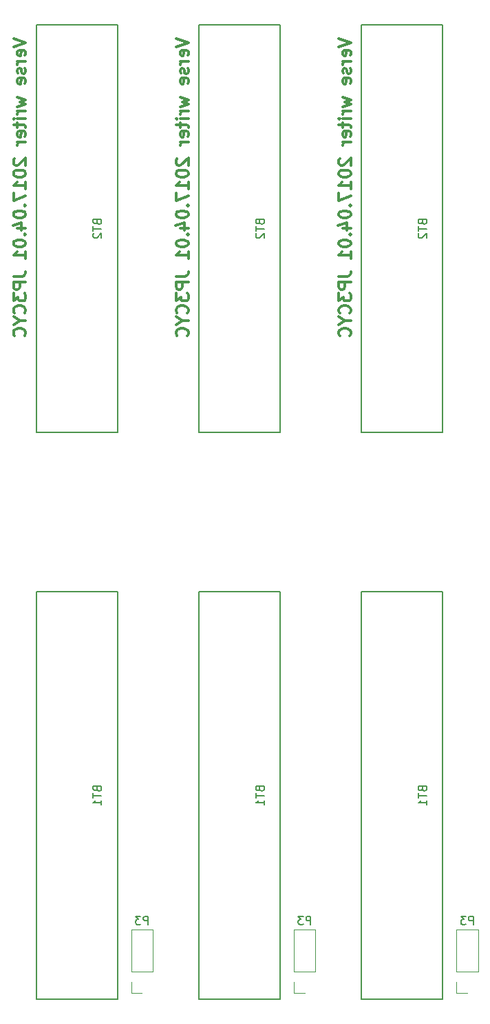
<source format=gbr>
G04 #@! TF.FileFunction,Legend,Bot*
%FSLAX46Y46*%
G04 Gerber Fmt 4.6, Leading zero omitted, Abs format (unit mm)*
G04 Created by KiCad (PCBNEW 4.0.2-stable) date 2017/04/01 13:54:50*
%MOMM*%
G01*
G04 APERTURE LIST*
%ADD10C,0.100000*%
%ADD11C,0.300000*%
%ADD12C,0.150000*%
%ADD13C,0.120000*%
G04 APERTURE END LIST*
D10*
D11*
X217178571Y-16678574D02*
X218678571Y-17178574D01*
X217178571Y-17678574D01*
X218607143Y-18750002D02*
X218678571Y-18607145D01*
X218678571Y-18321431D01*
X218607143Y-18178574D01*
X218464286Y-18107145D01*
X217892857Y-18107145D01*
X217750000Y-18178574D01*
X217678571Y-18321431D01*
X217678571Y-18607145D01*
X217750000Y-18750002D01*
X217892857Y-18821431D01*
X218035714Y-18821431D01*
X218178571Y-18107145D01*
X218678571Y-19464288D02*
X217678571Y-19464288D01*
X217964286Y-19464288D02*
X217821429Y-19535716D01*
X217750000Y-19607145D01*
X217678571Y-19750002D01*
X217678571Y-19892859D01*
X218607143Y-20321430D02*
X218678571Y-20464287D01*
X218678571Y-20750002D01*
X218607143Y-20892859D01*
X218464286Y-20964287D01*
X218392857Y-20964287D01*
X218250000Y-20892859D01*
X218178571Y-20750002D01*
X218178571Y-20535716D01*
X218107143Y-20392859D01*
X217964286Y-20321430D01*
X217892857Y-20321430D01*
X217750000Y-20392859D01*
X217678571Y-20535716D01*
X217678571Y-20750002D01*
X217750000Y-20892859D01*
X218607143Y-22178573D02*
X218678571Y-22035716D01*
X218678571Y-21750002D01*
X218607143Y-21607145D01*
X218464286Y-21535716D01*
X217892857Y-21535716D01*
X217750000Y-21607145D01*
X217678571Y-21750002D01*
X217678571Y-22035716D01*
X217750000Y-22178573D01*
X217892857Y-22250002D01*
X218035714Y-22250002D01*
X218178571Y-21535716D01*
X217678571Y-23892859D02*
X218678571Y-24178573D01*
X217964286Y-24464287D01*
X218678571Y-24750002D01*
X217678571Y-25035716D01*
X218678571Y-25607145D02*
X217678571Y-25607145D01*
X217964286Y-25607145D02*
X217821429Y-25678573D01*
X217750000Y-25750002D01*
X217678571Y-25892859D01*
X217678571Y-26035716D01*
X218678571Y-26535716D02*
X217678571Y-26535716D01*
X217178571Y-26535716D02*
X217250000Y-26464287D01*
X217321429Y-26535716D01*
X217250000Y-26607144D01*
X217178571Y-26535716D01*
X217321429Y-26535716D01*
X217678571Y-27035716D02*
X217678571Y-27607145D01*
X217178571Y-27250002D02*
X218464286Y-27250002D01*
X218607143Y-27321430D01*
X218678571Y-27464288D01*
X218678571Y-27607145D01*
X218607143Y-28678573D02*
X218678571Y-28535716D01*
X218678571Y-28250002D01*
X218607143Y-28107145D01*
X218464286Y-28035716D01*
X217892857Y-28035716D01*
X217750000Y-28107145D01*
X217678571Y-28250002D01*
X217678571Y-28535716D01*
X217750000Y-28678573D01*
X217892857Y-28750002D01*
X218035714Y-28750002D01*
X218178571Y-28035716D01*
X218678571Y-29392859D02*
X217678571Y-29392859D01*
X217964286Y-29392859D02*
X217821429Y-29464287D01*
X217750000Y-29535716D01*
X217678571Y-29678573D01*
X217678571Y-29821430D01*
X217321429Y-31392858D02*
X217250000Y-31464287D01*
X217178571Y-31607144D01*
X217178571Y-31964287D01*
X217250000Y-32107144D01*
X217321429Y-32178573D01*
X217464286Y-32250001D01*
X217607143Y-32250001D01*
X217821429Y-32178573D01*
X218678571Y-31321430D01*
X218678571Y-32250001D01*
X217178571Y-33178572D02*
X217178571Y-33321429D01*
X217250000Y-33464286D01*
X217321429Y-33535715D01*
X217464286Y-33607144D01*
X217750000Y-33678572D01*
X218107143Y-33678572D01*
X218392857Y-33607144D01*
X218535714Y-33535715D01*
X218607143Y-33464286D01*
X218678571Y-33321429D01*
X218678571Y-33178572D01*
X218607143Y-33035715D01*
X218535714Y-32964286D01*
X218392857Y-32892858D01*
X218107143Y-32821429D01*
X217750000Y-32821429D01*
X217464286Y-32892858D01*
X217321429Y-32964286D01*
X217250000Y-33035715D01*
X217178571Y-33178572D01*
X218678571Y-35107143D02*
X218678571Y-34250000D01*
X218678571Y-34678572D02*
X217178571Y-34678572D01*
X217392857Y-34535715D01*
X217535714Y-34392857D01*
X217607143Y-34250000D01*
X217178571Y-35607143D02*
X217178571Y-36607143D01*
X218678571Y-35964286D01*
X218535714Y-37178571D02*
X218607143Y-37249999D01*
X218678571Y-37178571D01*
X218607143Y-37107142D01*
X218535714Y-37178571D01*
X218678571Y-37178571D01*
X217178571Y-38178571D02*
X217178571Y-38321428D01*
X217250000Y-38464285D01*
X217321429Y-38535714D01*
X217464286Y-38607143D01*
X217750000Y-38678571D01*
X218107143Y-38678571D01*
X218392857Y-38607143D01*
X218535714Y-38535714D01*
X218607143Y-38464285D01*
X218678571Y-38321428D01*
X218678571Y-38178571D01*
X218607143Y-38035714D01*
X218535714Y-37964285D01*
X218392857Y-37892857D01*
X218107143Y-37821428D01*
X217750000Y-37821428D01*
X217464286Y-37892857D01*
X217321429Y-37964285D01*
X217250000Y-38035714D01*
X217178571Y-38178571D01*
X217678571Y-39964285D02*
X218678571Y-39964285D01*
X217107143Y-39607142D02*
X218178571Y-39249999D01*
X218178571Y-40178571D01*
X218535714Y-40749999D02*
X218607143Y-40821427D01*
X218678571Y-40749999D01*
X218607143Y-40678570D01*
X218535714Y-40749999D01*
X218678571Y-40749999D01*
X217178571Y-41749999D02*
X217178571Y-41892856D01*
X217250000Y-42035713D01*
X217321429Y-42107142D01*
X217464286Y-42178571D01*
X217750000Y-42249999D01*
X218107143Y-42249999D01*
X218392857Y-42178571D01*
X218535714Y-42107142D01*
X218607143Y-42035713D01*
X218678571Y-41892856D01*
X218678571Y-41749999D01*
X218607143Y-41607142D01*
X218535714Y-41535713D01*
X218392857Y-41464285D01*
X218107143Y-41392856D01*
X217750000Y-41392856D01*
X217464286Y-41464285D01*
X217321429Y-41535713D01*
X217250000Y-41607142D01*
X217178571Y-41749999D01*
X218678571Y-43678570D02*
X218678571Y-42821427D01*
X218678571Y-43249999D02*
X217178571Y-43249999D01*
X217392857Y-43107142D01*
X217535714Y-42964284D01*
X217607143Y-42821427D01*
X217178571Y-45892855D02*
X218250000Y-45892855D01*
X218464286Y-45821427D01*
X218607143Y-45678570D01*
X218678571Y-45464284D01*
X218678571Y-45321427D01*
X218678571Y-46607141D02*
X217178571Y-46607141D01*
X217178571Y-47178569D01*
X217250000Y-47321427D01*
X217321429Y-47392855D01*
X217464286Y-47464284D01*
X217678571Y-47464284D01*
X217821429Y-47392855D01*
X217892857Y-47321427D01*
X217964286Y-47178569D01*
X217964286Y-46607141D01*
X217178571Y-47964284D02*
X217178571Y-48892855D01*
X217750000Y-48392855D01*
X217750000Y-48607141D01*
X217821429Y-48749998D01*
X217892857Y-48821427D01*
X218035714Y-48892855D01*
X218392857Y-48892855D01*
X218535714Y-48821427D01*
X218607143Y-48749998D01*
X218678571Y-48607141D01*
X218678571Y-48178569D01*
X218607143Y-48035712D01*
X218535714Y-47964284D01*
X218535714Y-50392855D02*
X218607143Y-50321426D01*
X218678571Y-50107140D01*
X218678571Y-49964283D01*
X218607143Y-49749998D01*
X218464286Y-49607140D01*
X218321429Y-49535712D01*
X218035714Y-49464283D01*
X217821429Y-49464283D01*
X217535714Y-49535712D01*
X217392857Y-49607140D01*
X217250000Y-49749998D01*
X217178571Y-49964283D01*
X217178571Y-50107140D01*
X217250000Y-50321426D01*
X217321429Y-50392855D01*
X217964286Y-51321426D02*
X218678571Y-51321426D01*
X217178571Y-50821426D02*
X217964286Y-51321426D01*
X217178571Y-51821426D01*
X218535714Y-53178569D02*
X218607143Y-53107140D01*
X218678571Y-52892854D01*
X218678571Y-52749997D01*
X218607143Y-52535712D01*
X218464286Y-52392854D01*
X218321429Y-52321426D01*
X218035714Y-52249997D01*
X217821429Y-52249997D01*
X217535714Y-52321426D01*
X217392857Y-52392854D01*
X217250000Y-52535712D01*
X217178571Y-52749997D01*
X217178571Y-52892854D01*
X217250000Y-53107140D01*
X217321429Y-53178569D01*
X197178571Y-16678574D02*
X198678571Y-17178574D01*
X197178571Y-17678574D01*
X198607143Y-18750002D02*
X198678571Y-18607145D01*
X198678571Y-18321431D01*
X198607143Y-18178574D01*
X198464286Y-18107145D01*
X197892857Y-18107145D01*
X197750000Y-18178574D01*
X197678571Y-18321431D01*
X197678571Y-18607145D01*
X197750000Y-18750002D01*
X197892857Y-18821431D01*
X198035714Y-18821431D01*
X198178571Y-18107145D01*
X198678571Y-19464288D02*
X197678571Y-19464288D01*
X197964286Y-19464288D02*
X197821429Y-19535716D01*
X197750000Y-19607145D01*
X197678571Y-19750002D01*
X197678571Y-19892859D01*
X198607143Y-20321430D02*
X198678571Y-20464287D01*
X198678571Y-20750002D01*
X198607143Y-20892859D01*
X198464286Y-20964287D01*
X198392857Y-20964287D01*
X198250000Y-20892859D01*
X198178571Y-20750002D01*
X198178571Y-20535716D01*
X198107143Y-20392859D01*
X197964286Y-20321430D01*
X197892857Y-20321430D01*
X197750000Y-20392859D01*
X197678571Y-20535716D01*
X197678571Y-20750002D01*
X197750000Y-20892859D01*
X198607143Y-22178573D02*
X198678571Y-22035716D01*
X198678571Y-21750002D01*
X198607143Y-21607145D01*
X198464286Y-21535716D01*
X197892857Y-21535716D01*
X197750000Y-21607145D01*
X197678571Y-21750002D01*
X197678571Y-22035716D01*
X197750000Y-22178573D01*
X197892857Y-22250002D01*
X198035714Y-22250002D01*
X198178571Y-21535716D01*
X197678571Y-23892859D02*
X198678571Y-24178573D01*
X197964286Y-24464287D01*
X198678571Y-24750002D01*
X197678571Y-25035716D01*
X198678571Y-25607145D02*
X197678571Y-25607145D01*
X197964286Y-25607145D02*
X197821429Y-25678573D01*
X197750000Y-25750002D01*
X197678571Y-25892859D01*
X197678571Y-26035716D01*
X198678571Y-26535716D02*
X197678571Y-26535716D01*
X197178571Y-26535716D02*
X197250000Y-26464287D01*
X197321429Y-26535716D01*
X197250000Y-26607144D01*
X197178571Y-26535716D01*
X197321429Y-26535716D01*
X197678571Y-27035716D02*
X197678571Y-27607145D01*
X197178571Y-27250002D02*
X198464286Y-27250002D01*
X198607143Y-27321430D01*
X198678571Y-27464288D01*
X198678571Y-27607145D01*
X198607143Y-28678573D02*
X198678571Y-28535716D01*
X198678571Y-28250002D01*
X198607143Y-28107145D01*
X198464286Y-28035716D01*
X197892857Y-28035716D01*
X197750000Y-28107145D01*
X197678571Y-28250002D01*
X197678571Y-28535716D01*
X197750000Y-28678573D01*
X197892857Y-28750002D01*
X198035714Y-28750002D01*
X198178571Y-28035716D01*
X198678571Y-29392859D02*
X197678571Y-29392859D01*
X197964286Y-29392859D02*
X197821429Y-29464287D01*
X197750000Y-29535716D01*
X197678571Y-29678573D01*
X197678571Y-29821430D01*
X197321429Y-31392858D02*
X197250000Y-31464287D01*
X197178571Y-31607144D01*
X197178571Y-31964287D01*
X197250000Y-32107144D01*
X197321429Y-32178573D01*
X197464286Y-32250001D01*
X197607143Y-32250001D01*
X197821429Y-32178573D01*
X198678571Y-31321430D01*
X198678571Y-32250001D01*
X197178571Y-33178572D02*
X197178571Y-33321429D01*
X197250000Y-33464286D01*
X197321429Y-33535715D01*
X197464286Y-33607144D01*
X197750000Y-33678572D01*
X198107143Y-33678572D01*
X198392857Y-33607144D01*
X198535714Y-33535715D01*
X198607143Y-33464286D01*
X198678571Y-33321429D01*
X198678571Y-33178572D01*
X198607143Y-33035715D01*
X198535714Y-32964286D01*
X198392857Y-32892858D01*
X198107143Y-32821429D01*
X197750000Y-32821429D01*
X197464286Y-32892858D01*
X197321429Y-32964286D01*
X197250000Y-33035715D01*
X197178571Y-33178572D01*
X198678571Y-35107143D02*
X198678571Y-34250000D01*
X198678571Y-34678572D02*
X197178571Y-34678572D01*
X197392857Y-34535715D01*
X197535714Y-34392857D01*
X197607143Y-34250000D01*
X197178571Y-35607143D02*
X197178571Y-36607143D01*
X198678571Y-35964286D01*
X198535714Y-37178571D02*
X198607143Y-37249999D01*
X198678571Y-37178571D01*
X198607143Y-37107142D01*
X198535714Y-37178571D01*
X198678571Y-37178571D01*
X197178571Y-38178571D02*
X197178571Y-38321428D01*
X197250000Y-38464285D01*
X197321429Y-38535714D01*
X197464286Y-38607143D01*
X197750000Y-38678571D01*
X198107143Y-38678571D01*
X198392857Y-38607143D01*
X198535714Y-38535714D01*
X198607143Y-38464285D01*
X198678571Y-38321428D01*
X198678571Y-38178571D01*
X198607143Y-38035714D01*
X198535714Y-37964285D01*
X198392857Y-37892857D01*
X198107143Y-37821428D01*
X197750000Y-37821428D01*
X197464286Y-37892857D01*
X197321429Y-37964285D01*
X197250000Y-38035714D01*
X197178571Y-38178571D01*
X197678571Y-39964285D02*
X198678571Y-39964285D01*
X197107143Y-39607142D02*
X198178571Y-39249999D01*
X198178571Y-40178571D01*
X198535714Y-40749999D02*
X198607143Y-40821427D01*
X198678571Y-40749999D01*
X198607143Y-40678570D01*
X198535714Y-40749999D01*
X198678571Y-40749999D01*
X197178571Y-41749999D02*
X197178571Y-41892856D01*
X197250000Y-42035713D01*
X197321429Y-42107142D01*
X197464286Y-42178571D01*
X197750000Y-42249999D01*
X198107143Y-42249999D01*
X198392857Y-42178571D01*
X198535714Y-42107142D01*
X198607143Y-42035713D01*
X198678571Y-41892856D01*
X198678571Y-41749999D01*
X198607143Y-41607142D01*
X198535714Y-41535713D01*
X198392857Y-41464285D01*
X198107143Y-41392856D01*
X197750000Y-41392856D01*
X197464286Y-41464285D01*
X197321429Y-41535713D01*
X197250000Y-41607142D01*
X197178571Y-41749999D01*
X198678571Y-43678570D02*
X198678571Y-42821427D01*
X198678571Y-43249999D02*
X197178571Y-43249999D01*
X197392857Y-43107142D01*
X197535714Y-42964284D01*
X197607143Y-42821427D01*
X197178571Y-45892855D02*
X198250000Y-45892855D01*
X198464286Y-45821427D01*
X198607143Y-45678570D01*
X198678571Y-45464284D01*
X198678571Y-45321427D01*
X198678571Y-46607141D02*
X197178571Y-46607141D01*
X197178571Y-47178569D01*
X197250000Y-47321427D01*
X197321429Y-47392855D01*
X197464286Y-47464284D01*
X197678571Y-47464284D01*
X197821429Y-47392855D01*
X197892857Y-47321427D01*
X197964286Y-47178569D01*
X197964286Y-46607141D01*
X197178571Y-47964284D02*
X197178571Y-48892855D01*
X197750000Y-48392855D01*
X197750000Y-48607141D01*
X197821429Y-48749998D01*
X197892857Y-48821427D01*
X198035714Y-48892855D01*
X198392857Y-48892855D01*
X198535714Y-48821427D01*
X198607143Y-48749998D01*
X198678571Y-48607141D01*
X198678571Y-48178569D01*
X198607143Y-48035712D01*
X198535714Y-47964284D01*
X198535714Y-50392855D02*
X198607143Y-50321426D01*
X198678571Y-50107140D01*
X198678571Y-49964283D01*
X198607143Y-49749998D01*
X198464286Y-49607140D01*
X198321429Y-49535712D01*
X198035714Y-49464283D01*
X197821429Y-49464283D01*
X197535714Y-49535712D01*
X197392857Y-49607140D01*
X197250000Y-49749998D01*
X197178571Y-49964283D01*
X197178571Y-50107140D01*
X197250000Y-50321426D01*
X197321429Y-50392855D01*
X197964286Y-51321426D02*
X198678571Y-51321426D01*
X197178571Y-50821426D02*
X197964286Y-51321426D01*
X197178571Y-51821426D01*
X198535714Y-53178569D02*
X198607143Y-53107140D01*
X198678571Y-52892854D01*
X198678571Y-52749997D01*
X198607143Y-52535712D01*
X198464286Y-52392854D01*
X198321429Y-52321426D01*
X198035714Y-52249997D01*
X197821429Y-52249997D01*
X197535714Y-52321426D01*
X197392857Y-52392854D01*
X197250000Y-52535712D01*
X197178571Y-52749997D01*
X197178571Y-52892854D01*
X197250000Y-53107140D01*
X197321429Y-53178569D01*
X177178571Y-16678574D02*
X178678571Y-17178574D01*
X177178571Y-17678574D01*
X178607143Y-18750002D02*
X178678571Y-18607145D01*
X178678571Y-18321431D01*
X178607143Y-18178574D01*
X178464286Y-18107145D01*
X177892857Y-18107145D01*
X177750000Y-18178574D01*
X177678571Y-18321431D01*
X177678571Y-18607145D01*
X177750000Y-18750002D01*
X177892857Y-18821431D01*
X178035714Y-18821431D01*
X178178571Y-18107145D01*
X178678571Y-19464288D02*
X177678571Y-19464288D01*
X177964286Y-19464288D02*
X177821429Y-19535716D01*
X177750000Y-19607145D01*
X177678571Y-19750002D01*
X177678571Y-19892859D01*
X178607143Y-20321430D02*
X178678571Y-20464287D01*
X178678571Y-20750002D01*
X178607143Y-20892859D01*
X178464286Y-20964287D01*
X178392857Y-20964287D01*
X178250000Y-20892859D01*
X178178571Y-20750002D01*
X178178571Y-20535716D01*
X178107143Y-20392859D01*
X177964286Y-20321430D01*
X177892857Y-20321430D01*
X177750000Y-20392859D01*
X177678571Y-20535716D01*
X177678571Y-20750002D01*
X177750000Y-20892859D01*
X178607143Y-22178573D02*
X178678571Y-22035716D01*
X178678571Y-21750002D01*
X178607143Y-21607145D01*
X178464286Y-21535716D01*
X177892857Y-21535716D01*
X177750000Y-21607145D01*
X177678571Y-21750002D01*
X177678571Y-22035716D01*
X177750000Y-22178573D01*
X177892857Y-22250002D01*
X178035714Y-22250002D01*
X178178571Y-21535716D01*
X177678571Y-23892859D02*
X178678571Y-24178573D01*
X177964286Y-24464287D01*
X178678571Y-24750002D01*
X177678571Y-25035716D01*
X178678571Y-25607145D02*
X177678571Y-25607145D01*
X177964286Y-25607145D02*
X177821429Y-25678573D01*
X177750000Y-25750002D01*
X177678571Y-25892859D01*
X177678571Y-26035716D01*
X178678571Y-26535716D02*
X177678571Y-26535716D01*
X177178571Y-26535716D02*
X177250000Y-26464287D01*
X177321429Y-26535716D01*
X177250000Y-26607144D01*
X177178571Y-26535716D01*
X177321429Y-26535716D01*
X177678571Y-27035716D02*
X177678571Y-27607145D01*
X177178571Y-27250002D02*
X178464286Y-27250002D01*
X178607143Y-27321430D01*
X178678571Y-27464288D01*
X178678571Y-27607145D01*
X178607143Y-28678573D02*
X178678571Y-28535716D01*
X178678571Y-28250002D01*
X178607143Y-28107145D01*
X178464286Y-28035716D01*
X177892857Y-28035716D01*
X177750000Y-28107145D01*
X177678571Y-28250002D01*
X177678571Y-28535716D01*
X177750000Y-28678573D01*
X177892857Y-28750002D01*
X178035714Y-28750002D01*
X178178571Y-28035716D01*
X178678571Y-29392859D02*
X177678571Y-29392859D01*
X177964286Y-29392859D02*
X177821429Y-29464287D01*
X177750000Y-29535716D01*
X177678571Y-29678573D01*
X177678571Y-29821430D01*
X177321429Y-31392858D02*
X177250000Y-31464287D01*
X177178571Y-31607144D01*
X177178571Y-31964287D01*
X177250000Y-32107144D01*
X177321429Y-32178573D01*
X177464286Y-32250001D01*
X177607143Y-32250001D01*
X177821429Y-32178573D01*
X178678571Y-31321430D01*
X178678571Y-32250001D01*
X177178571Y-33178572D02*
X177178571Y-33321429D01*
X177250000Y-33464286D01*
X177321429Y-33535715D01*
X177464286Y-33607144D01*
X177750000Y-33678572D01*
X178107143Y-33678572D01*
X178392857Y-33607144D01*
X178535714Y-33535715D01*
X178607143Y-33464286D01*
X178678571Y-33321429D01*
X178678571Y-33178572D01*
X178607143Y-33035715D01*
X178535714Y-32964286D01*
X178392857Y-32892858D01*
X178107143Y-32821429D01*
X177750000Y-32821429D01*
X177464286Y-32892858D01*
X177321429Y-32964286D01*
X177250000Y-33035715D01*
X177178571Y-33178572D01*
X178678571Y-35107143D02*
X178678571Y-34250000D01*
X178678571Y-34678572D02*
X177178571Y-34678572D01*
X177392857Y-34535715D01*
X177535714Y-34392857D01*
X177607143Y-34250000D01*
X177178571Y-35607143D02*
X177178571Y-36607143D01*
X178678571Y-35964286D01*
X178535714Y-37178571D02*
X178607143Y-37249999D01*
X178678571Y-37178571D01*
X178607143Y-37107142D01*
X178535714Y-37178571D01*
X178678571Y-37178571D01*
X177178571Y-38178571D02*
X177178571Y-38321428D01*
X177250000Y-38464285D01*
X177321429Y-38535714D01*
X177464286Y-38607143D01*
X177750000Y-38678571D01*
X178107143Y-38678571D01*
X178392857Y-38607143D01*
X178535714Y-38535714D01*
X178607143Y-38464285D01*
X178678571Y-38321428D01*
X178678571Y-38178571D01*
X178607143Y-38035714D01*
X178535714Y-37964285D01*
X178392857Y-37892857D01*
X178107143Y-37821428D01*
X177750000Y-37821428D01*
X177464286Y-37892857D01*
X177321429Y-37964285D01*
X177250000Y-38035714D01*
X177178571Y-38178571D01*
X177678571Y-39964285D02*
X178678571Y-39964285D01*
X177107143Y-39607142D02*
X178178571Y-39249999D01*
X178178571Y-40178571D01*
X178535714Y-40749999D02*
X178607143Y-40821427D01*
X178678571Y-40749999D01*
X178607143Y-40678570D01*
X178535714Y-40749999D01*
X178678571Y-40749999D01*
X177178571Y-41749999D02*
X177178571Y-41892856D01*
X177250000Y-42035713D01*
X177321429Y-42107142D01*
X177464286Y-42178571D01*
X177750000Y-42249999D01*
X178107143Y-42249999D01*
X178392857Y-42178571D01*
X178535714Y-42107142D01*
X178607143Y-42035713D01*
X178678571Y-41892856D01*
X178678571Y-41749999D01*
X178607143Y-41607142D01*
X178535714Y-41535713D01*
X178392857Y-41464285D01*
X178107143Y-41392856D01*
X177750000Y-41392856D01*
X177464286Y-41464285D01*
X177321429Y-41535713D01*
X177250000Y-41607142D01*
X177178571Y-41749999D01*
X178678571Y-43678570D02*
X178678571Y-42821427D01*
X178678571Y-43249999D02*
X177178571Y-43249999D01*
X177392857Y-43107142D01*
X177535714Y-42964284D01*
X177607143Y-42821427D01*
X177178571Y-45892855D02*
X178250000Y-45892855D01*
X178464286Y-45821427D01*
X178607143Y-45678570D01*
X178678571Y-45464284D01*
X178678571Y-45321427D01*
X178678571Y-46607141D02*
X177178571Y-46607141D01*
X177178571Y-47178569D01*
X177250000Y-47321427D01*
X177321429Y-47392855D01*
X177464286Y-47464284D01*
X177678571Y-47464284D01*
X177821429Y-47392855D01*
X177892857Y-47321427D01*
X177964286Y-47178569D01*
X177964286Y-46607141D01*
X177178571Y-47964284D02*
X177178571Y-48892855D01*
X177750000Y-48392855D01*
X177750000Y-48607141D01*
X177821429Y-48749998D01*
X177892857Y-48821427D01*
X178035714Y-48892855D01*
X178392857Y-48892855D01*
X178535714Y-48821427D01*
X178607143Y-48749998D01*
X178678571Y-48607141D01*
X178678571Y-48178569D01*
X178607143Y-48035712D01*
X178535714Y-47964284D01*
X178535714Y-50392855D02*
X178607143Y-50321426D01*
X178678571Y-50107140D01*
X178678571Y-49964283D01*
X178607143Y-49749998D01*
X178464286Y-49607140D01*
X178321429Y-49535712D01*
X178035714Y-49464283D01*
X177821429Y-49464283D01*
X177535714Y-49535712D01*
X177392857Y-49607140D01*
X177250000Y-49749998D01*
X177178571Y-49964283D01*
X177178571Y-50107140D01*
X177250000Y-50321426D01*
X177321429Y-50392855D01*
X177964286Y-51321426D02*
X178678571Y-51321426D01*
X177178571Y-50821426D02*
X177964286Y-51321426D01*
X177178571Y-51821426D01*
X178535714Y-53178569D02*
X178607143Y-53107140D01*
X178678571Y-52892854D01*
X178678571Y-52749997D01*
X178607143Y-52535712D01*
X178464286Y-52392854D01*
X178321429Y-52321426D01*
X178035714Y-52249997D01*
X177821429Y-52249997D01*
X177535714Y-52321426D01*
X177392857Y-52392854D01*
X177250000Y-52535712D01*
X177178571Y-52749997D01*
X177178571Y-52892854D01*
X177250000Y-53107140D01*
X177321429Y-53178569D01*
D12*
X220000000Y-84600000D02*
X230000000Y-84600000D01*
X230000000Y-84600000D02*
X230000000Y-134600000D01*
X230000000Y-134600000D02*
X220000000Y-134600000D01*
X220000000Y-134600000D02*
X220000000Y-84600000D01*
D13*
X231670000Y-131230000D02*
X231670000Y-126090000D01*
X231670000Y-126090000D02*
X234330000Y-126090000D01*
X234330000Y-126090000D02*
X234330000Y-131230000D01*
X234330000Y-131230000D02*
X231670000Y-131230000D01*
X231670000Y-132500000D02*
X231670000Y-133830000D01*
X231670000Y-133830000D02*
X233000000Y-133830000D01*
D12*
X220000000Y-15000000D02*
X230000000Y-15000000D01*
X230000000Y-15000000D02*
X230000000Y-65000000D01*
X230000000Y-65000000D02*
X220000000Y-65000000D01*
X220000000Y-65000000D02*
X220000000Y-15000000D01*
X200000000Y-15000000D02*
X210000000Y-15000000D01*
X210000000Y-15000000D02*
X210000000Y-65000000D01*
X210000000Y-65000000D02*
X200000000Y-65000000D01*
X200000000Y-65000000D02*
X200000000Y-15000000D01*
X200000000Y-84600000D02*
X210000000Y-84600000D01*
X210000000Y-84600000D02*
X210000000Y-134600000D01*
X210000000Y-134600000D02*
X200000000Y-134600000D01*
X200000000Y-134600000D02*
X200000000Y-84600000D01*
D13*
X211670000Y-131230000D02*
X211670000Y-126090000D01*
X211670000Y-126090000D02*
X214330000Y-126090000D01*
X214330000Y-126090000D02*
X214330000Y-131230000D01*
X214330000Y-131230000D02*
X211670000Y-131230000D01*
X211670000Y-132500000D02*
X211670000Y-133830000D01*
X211670000Y-133830000D02*
X213000000Y-133830000D01*
X191670000Y-131230000D02*
X191670000Y-126090000D01*
X191670000Y-126090000D02*
X194330000Y-126090000D01*
X194330000Y-126090000D02*
X194330000Y-131230000D01*
X194330000Y-131230000D02*
X191670000Y-131230000D01*
X191670000Y-132500000D02*
X191670000Y-133830000D01*
X191670000Y-133830000D02*
X193000000Y-133830000D01*
D12*
X180000000Y-15000000D02*
X190000000Y-15000000D01*
X190000000Y-15000000D02*
X190000000Y-65000000D01*
X190000000Y-65000000D02*
X180000000Y-65000000D01*
X180000000Y-65000000D02*
X180000000Y-15000000D01*
X180000000Y-84600000D02*
X190000000Y-84600000D01*
X190000000Y-84600000D02*
X190000000Y-134600000D01*
X190000000Y-134600000D02*
X180000000Y-134600000D01*
X180000000Y-134600000D02*
X180000000Y-84600000D01*
X227468571Y-108814286D02*
X227516190Y-108957143D01*
X227563810Y-109004762D01*
X227659048Y-109052381D01*
X227801905Y-109052381D01*
X227897143Y-109004762D01*
X227944762Y-108957143D01*
X227992381Y-108861905D01*
X227992381Y-108480952D01*
X226992381Y-108480952D01*
X226992381Y-108814286D01*
X227040000Y-108909524D01*
X227087619Y-108957143D01*
X227182857Y-109004762D01*
X227278095Y-109004762D01*
X227373333Y-108957143D01*
X227420952Y-108909524D01*
X227468571Y-108814286D01*
X227468571Y-108480952D01*
X226992381Y-109338095D02*
X226992381Y-109909524D01*
X227992381Y-109623809D02*
X226992381Y-109623809D01*
X227992381Y-110766667D02*
X227992381Y-110195238D01*
X227992381Y-110480952D02*
X226992381Y-110480952D01*
X227135238Y-110385714D01*
X227230476Y-110290476D01*
X227278095Y-110195238D01*
X233738095Y-125452381D02*
X233738095Y-124452381D01*
X233357142Y-124452381D01*
X233261904Y-124500000D01*
X233214285Y-124547619D01*
X233166666Y-124642857D01*
X233166666Y-124785714D01*
X233214285Y-124880952D01*
X233261904Y-124928571D01*
X233357142Y-124976190D01*
X233738095Y-124976190D01*
X232833333Y-124452381D02*
X232214285Y-124452381D01*
X232547619Y-124833333D01*
X232404761Y-124833333D01*
X232309523Y-124880952D01*
X232261904Y-124928571D01*
X232214285Y-125023810D01*
X232214285Y-125261905D01*
X232261904Y-125357143D01*
X232309523Y-125404762D01*
X232404761Y-125452381D01*
X232690476Y-125452381D01*
X232785714Y-125404762D01*
X232833333Y-125357143D01*
X227468571Y-39214286D02*
X227516190Y-39357143D01*
X227563810Y-39404762D01*
X227659048Y-39452381D01*
X227801905Y-39452381D01*
X227897143Y-39404762D01*
X227944762Y-39357143D01*
X227992381Y-39261905D01*
X227992381Y-38880952D01*
X226992381Y-38880952D01*
X226992381Y-39214286D01*
X227040000Y-39309524D01*
X227087619Y-39357143D01*
X227182857Y-39404762D01*
X227278095Y-39404762D01*
X227373333Y-39357143D01*
X227420952Y-39309524D01*
X227468571Y-39214286D01*
X227468571Y-38880952D01*
X226992381Y-39738095D02*
X226992381Y-40309524D01*
X227992381Y-40023809D02*
X226992381Y-40023809D01*
X227087619Y-40595238D02*
X227040000Y-40642857D01*
X226992381Y-40738095D01*
X226992381Y-40976191D01*
X227040000Y-41071429D01*
X227087619Y-41119048D01*
X227182857Y-41166667D01*
X227278095Y-41166667D01*
X227420952Y-41119048D01*
X227992381Y-40547619D01*
X227992381Y-41166667D01*
X207468571Y-39214286D02*
X207516190Y-39357143D01*
X207563810Y-39404762D01*
X207659048Y-39452381D01*
X207801905Y-39452381D01*
X207897143Y-39404762D01*
X207944762Y-39357143D01*
X207992381Y-39261905D01*
X207992381Y-38880952D01*
X206992381Y-38880952D01*
X206992381Y-39214286D01*
X207040000Y-39309524D01*
X207087619Y-39357143D01*
X207182857Y-39404762D01*
X207278095Y-39404762D01*
X207373333Y-39357143D01*
X207420952Y-39309524D01*
X207468571Y-39214286D01*
X207468571Y-38880952D01*
X206992381Y-39738095D02*
X206992381Y-40309524D01*
X207992381Y-40023809D02*
X206992381Y-40023809D01*
X207087619Y-40595238D02*
X207040000Y-40642857D01*
X206992381Y-40738095D01*
X206992381Y-40976191D01*
X207040000Y-41071429D01*
X207087619Y-41119048D01*
X207182857Y-41166667D01*
X207278095Y-41166667D01*
X207420952Y-41119048D01*
X207992381Y-40547619D01*
X207992381Y-41166667D01*
X207468571Y-108814286D02*
X207516190Y-108957143D01*
X207563810Y-109004762D01*
X207659048Y-109052381D01*
X207801905Y-109052381D01*
X207897143Y-109004762D01*
X207944762Y-108957143D01*
X207992381Y-108861905D01*
X207992381Y-108480952D01*
X206992381Y-108480952D01*
X206992381Y-108814286D01*
X207040000Y-108909524D01*
X207087619Y-108957143D01*
X207182857Y-109004762D01*
X207278095Y-109004762D01*
X207373333Y-108957143D01*
X207420952Y-108909524D01*
X207468571Y-108814286D01*
X207468571Y-108480952D01*
X206992381Y-109338095D02*
X206992381Y-109909524D01*
X207992381Y-109623809D02*
X206992381Y-109623809D01*
X207992381Y-110766667D02*
X207992381Y-110195238D01*
X207992381Y-110480952D02*
X206992381Y-110480952D01*
X207135238Y-110385714D01*
X207230476Y-110290476D01*
X207278095Y-110195238D01*
X213738095Y-125452381D02*
X213738095Y-124452381D01*
X213357142Y-124452381D01*
X213261904Y-124500000D01*
X213214285Y-124547619D01*
X213166666Y-124642857D01*
X213166666Y-124785714D01*
X213214285Y-124880952D01*
X213261904Y-124928571D01*
X213357142Y-124976190D01*
X213738095Y-124976190D01*
X212833333Y-124452381D02*
X212214285Y-124452381D01*
X212547619Y-124833333D01*
X212404761Y-124833333D01*
X212309523Y-124880952D01*
X212261904Y-124928571D01*
X212214285Y-125023810D01*
X212214285Y-125261905D01*
X212261904Y-125357143D01*
X212309523Y-125404762D01*
X212404761Y-125452381D01*
X212690476Y-125452381D01*
X212785714Y-125404762D01*
X212833333Y-125357143D01*
X193738095Y-125452381D02*
X193738095Y-124452381D01*
X193357142Y-124452381D01*
X193261904Y-124500000D01*
X193214285Y-124547619D01*
X193166666Y-124642857D01*
X193166666Y-124785714D01*
X193214285Y-124880952D01*
X193261904Y-124928571D01*
X193357142Y-124976190D01*
X193738095Y-124976190D01*
X192833333Y-124452381D02*
X192214285Y-124452381D01*
X192547619Y-124833333D01*
X192404761Y-124833333D01*
X192309523Y-124880952D01*
X192261904Y-124928571D01*
X192214285Y-125023810D01*
X192214285Y-125261905D01*
X192261904Y-125357143D01*
X192309523Y-125404762D01*
X192404761Y-125452381D01*
X192690476Y-125452381D01*
X192785714Y-125404762D01*
X192833333Y-125357143D01*
X187468571Y-39214286D02*
X187516190Y-39357143D01*
X187563810Y-39404762D01*
X187659048Y-39452381D01*
X187801905Y-39452381D01*
X187897143Y-39404762D01*
X187944762Y-39357143D01*
X187992381Y-39261905D01*
X187992381Y-38880952D01*
X186992381Y-38880952D01*
X186992381Y-39214286D01*
X187040000Y-39309524D01*
X187087619Y-39357143D01*
X187182857Y-39404762D01*
X187278095Y-39404762D01*
X187373333Y-39357143D01*
X187420952Y-39309524D01*
X187468571Y-39214286D01*
X187468571Y-38880952D01*
X186992381Y-39738095D02*
X186992381Y-40309524D01*
X187992381Y-40023809D02*
X186992381Y-40023809D01*
X187087619Y-40595238D02*
X187040000Y-40642857D01*
X186992381Y-40738095D01*
X186992381Y-40976191D01*
X187040000Y-41071429D01*
X187087619Y-41119048D01*
X187182857Y-41166667D01*
X187278095Y-41166667D01*
X187420952Y-41119048D01*
X187992381Y-40547619D01*
X187992381Y-41166667D01*
X187468571Y-108814286D02*
X187516190Y-108957143D01*
X187563810Y-109004762D01*
X187659048Y-109052381D01*
X187801905Y-109052381D01*
X187897143Y-109004762D01*
X187944762Y-108957143D01*
X187992381Y-108861905D01*
X187992381Y-108480952D01*
X186992381Y-108480952D01*
X186992381Y-108814286D01*
X187040000Y-108909524D01*
X187087619Y-108957143D01*
X187182857Y-109004762D01*
X187278095Y-109004762D01*
X187373333Y-108957143D01*
X187420952Y-108909524D01*
X187468571Y-108814286D01*
X187468571Y-108480952D01*
X186992381Y-109338095D02*
X186992381Y-109909524D01*
X187992381Y-109623809D02*
X186992381Y-109623809D01*
X187992381Y-110766667D02*
X187992381Y-110195238D01*
X187992381Y-110480952D02*
X186992381Y-110480952D01*
X187135238Y-110385714D01*
X187230476Y-110290476D01*
X187278095Y-110195238D01*
M02*

</source>
